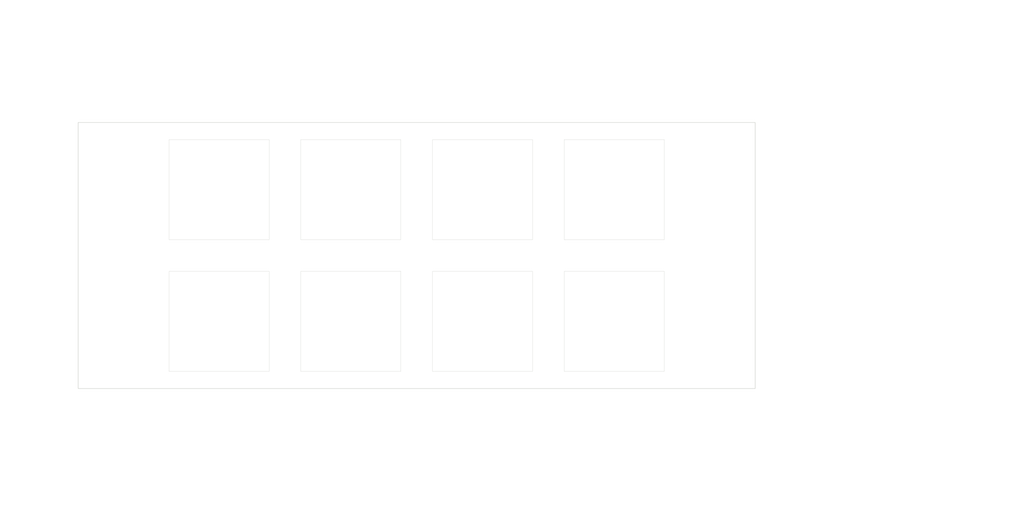
<source format=kicad_pcb>
(kicad_pcb (version 20240108) (generator "pcbnew") (generator_version "8.0")
  (layers (0 "F.Cu" signal "Dessus.Cu") (31 "B.Cu" signal "Dessous.Cu") (34 "B.Paste" user "Dessous.Pate") (35 "F.Paste" user "Dessus.Pate") (36 "B.SilkS" user "Dessous.SilkS") (37 "F.SilkS" user "Dessus.SilkS") (38 "B.Mask" user "Dessous.Masque") (39 "F.Mask" user "Dessus.Masque") (44 "Edge.Cuts" user "Contours.Ci"))
  (net 0 "")
  (footprint "MountingHole:MountingHole_3mm" (layer "F.Cu") (at 150.95 224.5)
    (property "Reference" "H11" (hide yes))
    (property "Value" "MountingHole")
    (pad "" np_thru_hole circle (at 0 0) (size 3 3) (drill 3) (layers "*.Cu" "*.Mask"))
  )
  (footprint "MountingHole:MountingHole_3mm" (layer "F.Cu") (at 100.95 224.5)
    (property "Reference" "H11" (hide yes))
    (property "Value" "MountingHole")
    (pad "" np_thru_hole circle (at 0 0) (size 3 3) (drill 3) (layers "*.Cu" "*.Mask"))
  )
  (footprint "MountingHole:MountingHole_3mm" (layer "F.Cu") (at 187.25 229.75)
    (property "Reference" "H13" (hide yes))
    (property "Value" "MountingHole")
    (pad "" np_thru_hole oval (at 0 0) (size 3.2 4) (drill oval 3.2 4) (layers "F&B.Cu" "*.Mask"))
  )
  (footprint "MountingHole:MountingHole_3mm" (layer "F.Cu") (at 100.95 199.5)
    (property "Reference" "H11" (hide yes))
    (property "Value" "MountingHole")
    (pad "" np_thru_hole circle (at 0 0) (size 3 3) (drill 3) (layers "*.Cu" "*.Mask"))
  )
  (footprint "MountingHole:MountingHole_3mm" (layer "F.Cu") (at 64.75 229.75)
    (property "Reference" "H13" (hide yes))
    (property "Value" "MountingHole")
    (pad "" np_thru_hole oval (at 0 0) (size 3.2 4) (drill oval 3.2 4) (layers "*.Cu" "*.Mask"))
  )
  (footprint "MountingHole:MountingHole_3mm" (layer "F.Cu") (at 187.25 194.25)
    (property "Reference" "H13" (hide yes))
    (property "Value" "MountingHole")
    (pad "" np_thru_hole oval (at 0 0) (size 3.2 4) (drill oval 3.2 4) (layers "F&B.Cu" "*.Mask"))
  )
  (footprint "MountingHole:MountingHole_3mm" (layer "F.Cu") (at 64.75 194.25)
    (property "Reference" "H13" (hide yes))
    (property "Value" "MountingHole")
    (pad "" np_thru_hole oval (at 0 0) (size 3.2 4) (drill oval 3.2 4) (layers "*.Cu" "*.Mask"))
  )
  (footprint "MountingHole:MountingHole_3mm" (layer "F.Cu") (at 150.95 199.5)
    (property "Reference" "H11" (hide yes))
    (property "Value" "MountingHole")
    (pad "" np_thru_hole circle (at 0 0) (size 3 3) (drill 3) (layers "*.Cu" "*.Mask"))
  )
  (gr_rect (start 104 215) (end 123 234) (stroke (width 0.05)) (fill none) (layer "Edge.Cuts"))
  (gr_rect (start 129 190) (end 148 209) (stroke (width 0.05)) (fill none) (layer "Edge.Cuts"))
  (gr_rect (start 79 215) (end 98 234) (stroke (width 0.05)) (fill none) (layer "Edge.Cuts"))
  (gr_rect (start 154 215) (end 173 234) (stroke (width 0.05)) (fill none) (layer "Edge.Cuts"))
  (gr_rect (start 104 190) (end 123 209) (stroke (width 0.05)) (fill none) (layer "Edge.Cuts"))
  (gr_poly (pts (xy 190.25 237.25) (xy 61.75 237.25) (xy 61.75 186.75) (xy 190.25 186.75)) (stroke (width 0.1)) (fill none) (layer "Edge.Cuts"))
  (gr_rect (start 79 190) (end 98 209) (stroke (width 0.05)) (fill none) (layer "Edge.Cuts"))
  (gr_rect (start 129 215) (end 148 234) (stroke (width 0.05)) (fill none) (layer "Edge.Cuts"))
  (gr_rect (start 154 190) (end 173 209) (stroke (width 0.05)) (fill none) (layer "Edge.Cuts"))
)
</source>
